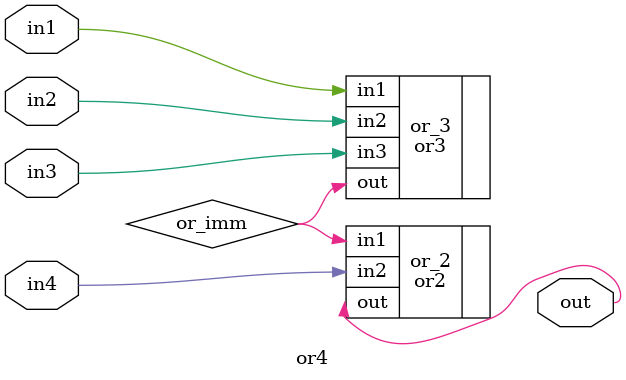
<source format=v>
/*
    CS/ECE 552 Spring '23
    Homework #1, Problem 2

    4 input OR
*/
`default_nettype none
module or4 (out,in1,in2,in3,in4);
    output wire out;
    input wire in1,in2,in3,in4;
	
	wire or_imm;
	or3 or_3(.in1(in1), .in2(in2), .in3(in3), .out(or_imm));
	or2 or_2(.out(out), .in1(or_imm), .in2(in4));
	
endmodule
`default_nettype wire

</source>
